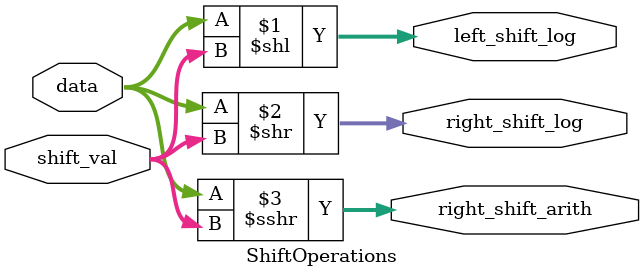
<source format=sv>
module ShiftOperations (
    output logic [7:0] right_shift_arith,
    input logic [7:0] data,
    input logic [2:0] shift_val,
    output logic [7:0] left_shift_log,
    output logic [7:0] right_shift_log
);
    assign left_shift_log = data << shift_val;
    assign right_shift_log = data >> shift_val;
    assign right_shift_arith = $signed(data) >>> shift_val;
endmodule


</source>
